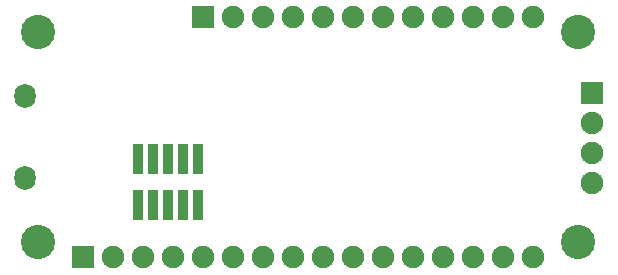
<source format=gbr>
G04 #@! TF.GenerationSoftware,KiCad,Pcbnew,(2017-09-09 revision 8c7175b)-master*
G04 #@! TF.CreationDate,2017-09-11T12:48:41-07:00*
G04 #@! TF.ProjectId,feather_ice40,666561746865725F69636534302E6B69,rev?*
G04 #@! TF.SameCoordinates,Original*
G04 #@! TF.FileFunction,Soldermask,Bot*
G04 #@! TF.FilePolarity,Negative*
%FSLAX46Y46*%
G04 Gerber Fmt 4.6, Leading zero omitted, Abs format (unit mm)*
G04 Created by KiCad (PCBNEW (2017-09-09 revision 8c7175b)-master) date Monday, September 11, 2017 'PMt' 12:48:41 PM*
%MOMM*%
%LPD*%
G01*
G04 APERTURE LIST*
%ADD10O,1.900000X1.900000*%
%ADD11R,1.900000X1.900000*%
%ADD12R,0.950000X2.600000*%
%ADD13C,2.900000*%
%ADD14O,1.800000X2.100000*%
G04 APERTURE END LIST*
D10*
X140898880Y-76230480D03*
X140898880Y-73690480D03*
X140898880Y-71150480D03*
D11*
X140898880Y-68610480D03*
X97790000Y-82550000D03*
D10*
X100330000Y-82550000D03*
X102870000Y-82550000D03*
X105410000Y-82550000D03*
X107950000Y-82550000D03*
X110490000Y-82550000D03*
X113030000Y-82550000D03*
X115570000Y-82550000D03*
X118110000Y-82550000D03*
X120650000Y-82550000D03*
X123190000Y-82550000D03*
X125730000Y-82550000D03*
X128270000Y-82550000D03*
X130810000Y-82550000D03*
X133350000Y-82550000D03*
X135890000Y-82550000D03*
D11*
X107950000Y-62230000D03*
D10*
X110490000Y-62230000D03*
X113030000Y-62230000D03*
X115570000Y-62230000D03*
X118110000Y-62230000D03*
X120650000Y-62230000D03*
X123190000Y-62230000D03*
X125730000Y-62230000D03*
X128270000Y-62230000D03*
X130810000Y-62230000D03*
X133350000Y-62230000D03*
X135890000Y-62230000D03*
D12*
X102463600Y-74250000D03*
X102463600Y-78150000D03*
X103733600Y-74250000D03*
X103733600Y-78150000D03*
X105003600Y-74250000D03*
X105003600Y-78150000D03*
X106273600Y-74250000D03*
X106273600Y-78150000D03*
X107543600Y-74250000D03*
X107543600Y-78150000D03*
D13*
X139700000Y-81280000D03*
X139700000Y-63500000D03*
X93980000Y-81280000D03*
X93980000Y-63500000D03*
D14*
X92892500Y-68940000D03*
X92892500Y-75840000D03*
M02*

</source>
